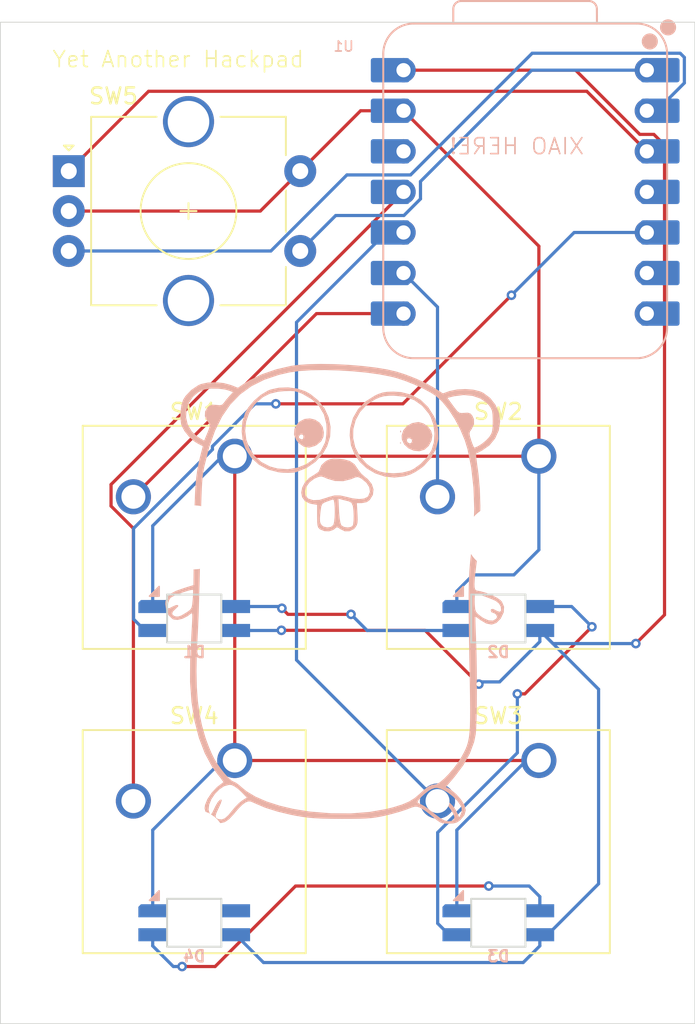
<source format=kicad_pcb>
(kicad_pcb (version 20240108) (generator "pcbnew") (generator_version "8.0")
  (layers (0 "F.Cu" signal) (31 "B.Cu" signal) (34 "B.Paste" user) (35 "F.Paste" user) (36 "B.SilkS" user "B.Silkscreen") (37 "F.SilkS" user "F.Silkscreen") (38 "B.Mask" user) (39 "F.Mask" user) (44 "Edge.Cuts" user))
  (net 0 "")
  (net 1 "Net-(D1-DIN)")
  (net 2 "GND")
  (net 3 "+5V")
  (net 4 "Net-(D1-DOUT)")
  (net 5 "Net-(D2-DOUT)")
  (net 6 "Net-(U1-GPIO1{slash}RX)")
  (net 7 "Net-(U1-GPIO2{slash}SCK)")
  (net 8 "Net-(U1-GPIO4{slash}MISO)")
  (net 9 "Net-(U1-GPIO3{slash}MOSI)")
  (net 10 "Net-(U1-GPIO27{slash}ADC1{slash}A1)")
  (net 11 "Net-(U1-GPIO28{slash}ADC2{slash}A2)")
  (net 12 "Net-(U1-GPIO26{slash}ADC0{slash}A0)")
  (net 17 "Net-(D3-DOUT)")
  (footprint "Button_Switch_Keyboard:SW_Cherry_MX_1.00u_PCB" (layer "F.Cu") (at 95.40875 90.17)
    (property "Reference" "SW1" (at -2.54 -2.794 0) (layer "F.SilkS"))
    (property "Value" "SW_Push")
    (fp_line (start -9.525 -1.905) (end 4.445 -1.905) (stroke (width 0.12)) (layer "F.SilkS"))
    (fp_line (start -9.525 12.065) (end -9.525 -1.905) (stroke (width 0.12)) (layer "F.SilkS"))
    (fp_line (start 4.445 -1.905) (end 4.445 12.065) (stroke (width 0.12)) (layer "F.SilkS"))
    (fp_line (start 4.445 12.065) (end -9.525 12.065) (stroke (width 0.12)) (layer "F.SilkS"))
    (pad "" np_thru_hole circle (at -7.62 5.08) (size 1.7 1.7) (drill 1.7) (layers "*.Cu" "*.Mask"))
    (pad "" np_thru_hole circle (at -2.54 5.08) (size 4 4) (drill 4) (layers "*.Cu" "*.Mask"))
    (pad "" np_thru_hole circle (at 2.54 5.08) (size 1.7 1.7) (drill 1.7) (layers "*.Cu" "*.Mask"))
    (pad "1" thru_hole circle (at 0 0) (size 2.2 2.2) (drill 1.5) (layers "*.Cu" "*.Mask") (net 2 "GND"))
    (pad "2" thru_hole circle (at -6.35 2.54) (size 2.2 2.2) (drill 1.5) (layers "*.Cu" "*.Mask") (net 6 "Net-(U1-GPIO1{slash}RX)"))
  )
  (footprint "Button_Switch_Keyboard:SW_Cherry_MX_1.00u_PCB" (layer "F.Cu") (at 114.45875 109.22)
    (property "Reference" "SW3" (at -2.54 -2.794 0) (layer "F.SilkS"))
    (property "Value" "SW_Push")
    (fp_line (start -9.525 -1.905) (end 4.445 -1.905) (stroke (width 0.12)) (layer "F.SilkS"))
    (fp_line (start -9.525 12.065) (end -9.525 -1.905) (stroke (width 0.12)) (layer "F.SilkS"))
    (fp_line (start 4.445 -1.905) (end 4.445 12.065) (stroke (width 0.12)) (layer "F.SilkS"))
    (fp_line (start 4.445 12.065) (end -9.525 12.065) (stroke (width 0.12)) (layer "F.SilkS"))
    (pad "" np_thru_hole circle (at -7.62 5.08) (size 1.7 1.7) (drill 1.7) (layers "*.Cu" "*.Mask"))
    (pad "" np_thru_hole circle (at -2.54 5.08) (size 4 4) (drill 4) (layers "*.Cu" "*.Mask"))
    (pad "" np_thru_hole circle (at 2.54 5.08) (size 1.7 1.7) (drill 1.7) (layers "*.Cu" "*.Mask"))
    (pad "1" thru_hole circle (at 0 0) (size 2.2 2.2) (drill 1.5) (layers "*.Cu" "*.Mask") (net 2 "GND"))
    (pad "2" thru_hole circle (at -6.35 2.54) (size 2.2 2.2) (drill 1.5) (layers "*.Cu" "*.Mask") (net 8 "Net-(U1-GPIO4{slash}MISO)"))
  )
  (footprint "Button_Switch_Keyboard:SW_Cherry_MX_1.00u_PCB" (layer "F.Cu") (at 114.45875 90.17)
    (property "Reference" "SW2" (at -2.54 -2.794 0) (layer "F.SilkS"))
    (property "Value" "SW_Push")
    (fp_line (start -9.525 -1.905) (end 4.445 -1.905) (stroke (width 0.12)) (layer "F.SilkS"))
    (fp_line (start -9.525 12.065) (end -9.525 -1.905) (stroke (width 0.12)) (layer "F.SilkS"))
    (fp_line (start 4.445 -1.905) (end 4.445 12.065) (stroke (width 0.12)) (layer "F.SilkS"))
    (fp_line (start 4.445 12.065) (end -9.525 12.065) (stroke (width 0.12)) (layer "F.SilkS"))
    (pad "" np_thru_hole circle (at -7.62 5.08) (size 1.7 1.7) (drill 1.7) (layers "*.Cu" "*.Mask"))
    (pad "" np_thru_hole circle (at -2.54 5.08) (size 4 4) (drill 4) (layers "*.Cu" "*.Mask"))
    (pad "" np_thru_hole circle (at 2.54 5.08) (size 1.7 1.7) (drill 1.7) (layers "*.Cu" "*.Mask"))
    (pad "1" thru_hole circle (at 0 0) (size 2.2 2.2) (drill 1.5) (layers "*.Cu" "*.Mask") (net 2 "GND"))
    (pad "2" thru_hole circle (at -6.35 2.54) (size 2.2 2.2) (drill 1.5) (layers "*.Cu" "*.Mask") (net 7 "Net-(U1-GPIO2{slash}SCK)"))
  )
  (footprint "Rotary_Encoder:RotaryEncoder_Alps_EC11E-Switch_Vertical_H20mm_CircularMountingHoles" (layer "F.Cu") (at 85.01 72.32)
    (property "Reference" "SW5" (at 2.8 -4.7 0) (layer "F.SilkS"))
    (property "Value" "RotaryEncoder_Switch")
    (fp_line (start -0.3 -1.6) (end 0.3 -1.6) (stroke (width 0.12)) (layer "F.SilkS"))
    (fp_line (start 0 -1.3) (end -0.3 -1.6) (stroke (width 0.12)) (layer "F.SilkS"))
    (fp_line (start 0.3 -1.6) (end 0 -1.3) (stroke (width 0.12)) (layer "F.SilkS"))
    (fp_line (start 1.4 -3.4) (end 1.4 8.4) (stroke (width 0.12)) (layer "F.SilkS"))
    (fp_line (start 5.5 -3.4) (end 1.4 -3.4) (stroke (width 0.12)) (layer "F.SilkS"))
    (fp_line (start 5.5 8.4) (end 1.4 8.4) (stroke (width 0.12)) (layer "F.SilkS"))
    (fp_line (start 7 2.5) (end 8 2.5) (stroke (width 0.12)) (layer "F.SilkS"))
    (fp_line (start 7.5 2) (end 7.5 3) (stroke (width 0.12)) (layer "F.SilkS"))
    (fp_line (start 9.5 -3.4) (end 13.6 -3.4) (stroke (width 0.12)) (layer "F.SilkS"))
    (fp_line (start 13.6 -3.4) (end 13.6 -1) (stroke (width 0.12)) (layer "F.SilkS"))
    (fp_line (start 13.6 1.2) (end 13.6 3.8) (stroke (width 0.12)) (layer "F.SilkS"))
    (fp_line (start 13.6 6) (end 13.6 8.4) (stroke (width 0.12)) (layer "F.SilkS"))
    (fp_line (start 13.6 8.4) (end 9.5 8.4) (stroke (width 0.12)) (layer "F.SilkS"))
    (fp_circle (center 7.5 2.5) (end 10.5 2.5) (stroke (width 0.12)) (fill none) (layer "F.SilkS"))
    (pad "A" thru_hole rect (at 0 0) (size 2 2) (drill 1) (layers "*.Cu" "*.Mask") (net 11 "Net-(U1-GPIO28{slash}ADC2{slash}A2)"))
    (pad "B" thru_hole circle (at 0 5) (size 2 2) (drill 1) (layers "*.Cu" "*.Mask") (net 10 "Net-(U1-GPIO27{slash}ADC1{slash}A1)"))
    (pad "C" thru_hole circle (at 0 2.5) (size 2 2) (drill 1) (layers "*.Cu" "*.Mask") (net 2 "GND"))
    (pad "MP" thru_hole circle (at 7.5 -3.1) (size 3.2 3.2) (drill 2.6) (layers "*.Cu" "*.Mask"))
    (pad "MP" thru_hole circle (at 7.5 8.1) (size 3.2 3.2) (drill 2.6) (layers "*.Cu" "*.Mask"))
    (pad "S1" thru_hole circle (at 14.5 5) (size 2 2) (drill 1) (layers "*.Cu" "*.Mask") (net 12 "Net-(U1-GPIO26{slash}ADC0{slash}A0)"))
    (pad "S2" thru_hole circle (at 14.5 0) (size 2 2) (drill 1) (layers "*.Cu" "*.Mask") (net 2 "GND"))
  )
  (footprint "Button_Switch_Keyboard:SW_Cherry_MX_1.00u_PCB" (layer "F.Cu") (at 95.40875 109.22)
    (property "Reference" "SW4" (at -2.54 -2.794 0) (layer "F.SilkS"))
    (property "Value" "SW_Push")
    (fp_line (start -9.525 -1.905) (end 4.445 -1.905) (stroke (width 0.12)) (layer "F.SilkS"))
    (fp_line (start -9.525 12.065) (end -9.525 -1.905) (stroke (width 0.12)) (layer "F.SilkS"))
    (fp_line (start 4.445 -1.905) (end 4.445 12.065) (stroke (width 0.12)) (layer "F.SilkS"))
    (fp_line (start 4.445 12.065) (end -9.525 12.065) (stroke (width 0.12)) (layer "F.SilkS"))
    (pad "" np_thru_hole circle (at -7.62 5.08) (size 1.7 1.7) (drill 1.7) (layers "*.Cu" "*.Mask"))
    (pad "" np_thru_hole circle (at -2.54 5.08) (size 4 4) (drill 4) (layers "*.Cu" "*.Mask"))
    (pad "" np_thru_hole circle (at 2.54 5.08) (size 1.7 1.7) (drill 1.7) (layers "*.Cu" "*.Mask"))
    (pad "1" thru_hole circle (at 0 0) (size 2.2 2.2) (drill 1.5) (layers "*.Cu" "*.Mask") (net 2 "GND"))
    (pad "2" thru_hole circle (at -6.35 2.54) (size 2.2 2.2) (drill 1.5) (layers "*.Cu" "*.Mask") (net 9 "Net-(U1-GPIO3{slash}MOSI)"))
  )
  (footprint "LOGO" (layer "B.Cu") (at 101.67 98.78 180)
    (property "Reference" "G***" (hide yes))
    (property "Value" "LOGO" (hide yes))
    (fp_poly (pts (xy -4.077592 9.440333) (xy -4.120067 9.398) (xy -4.162542 9.440333) (xy -4.120067 9.482667)) (fill solid) (layer "B.SilkS"))
    (fp_poly (pts (xy -4.105909 10.216445) (xy -4.095742 10.115965) (xy -4.105909 10.103556) (xy -4.156412 10.115178) (xy -4.162542 10.16) (xy -4.13146 10.22969)) (fill solid) (layer "B.SilkS"))
    (fp_poly (pts (xy 1.885193 10.946662) (xy 2.195617 10.789567) (xy 2.330999 10.658625) (xy 2.523456 10.318594) (xy 2.550961 9.965367) (xy 2.414784 9.620788) (xy 2.259665 9.431867) (xy 1.938924 9.204468) (xy 1.598392 9.144787) (xy 1.233176 9.252293) (xy 1.131007 9.309119) (xy 0.847738 9.54153) (xy 0.710692 9.821333) (xy 1.953846 9.821333) (xy 1.996841 9.682373) (xy 2.102508 9.668118) (xy 2.228888 9.751604) (xy 2.25117 9.821333) (xy 2.18055 9.940882) (xy 2.102508 9.974549) (xy 1.982095 9.945097) (xy 1.953846 9.821333) (xy 0.710692 9.821333) (xy 0.707333 9.828191) (xy 0.679598 10.100683) (xy 0.752271 10.446105) (xy 0.945839 10.715804) (xy 1.223631 10.89739) (xy 1.548973 10.978473)) (fill solid) (layer "B.SilkS"))
    (fp_poly (pts (xy -4.839769 10.684673) (xy -4.518412 10.500436) (xy -4.292261 10.229572) (xy -4.188961 9.9017) (xy -4.204328 9.655129) (xy -4.352723 9.342356) (xy -4.616283 9.101965) (xy -4.948698 8.954698) (xy -5.303661 8.921297) (xy -5.626859 9.017951) (xy -5.890951 9.254786) (xy -6.049307 9.561125) (xy -4.842141 9.561125) (xy -4.788748 9.435678) (xy -4.672362 9.415045) (xy -4.558674 9.493477) (xy -4.518326 9.589472) (xy -4.549627 9.709986) (xy -4.666012 9.736667) (xy -4.811247 9.680884) (xy -4.842141 9.561125) (xy -6.049307 9.561125) (xy -6.064602 9.590713) (xy -6.116388 9.910262) (xy -6.039745 10.200335) (xy -5.840654 10.46655) (xy -5.565374 10.66501) (xy -5.260161 10.751816) (xy -5.228691 10.752667)) (fill solid) (layer "B.SilkS"))
    (fp_poly (pts (xy 3.490955 12.902136) (xy 4.009012 12.792514) (xy 4.180995 12.725507) (xy 4.630423 12.456511) (xy 5.058675 12.08712) (xy 5.414712 11.667262) (xy 5.616635 11.321099) (xy 5.784272 10.765082) (xy 5.831014 10.154758) (xy 5.757773 9.550107) (xy 5.582046 9.043958) (xy 5.224453 8.502684) (xy 4.748865 8.074665) (xy 4.172685 7.770867) (xy 3.513315 7.602252) (xy 3.252766 7.576384) (xy 2.914062 7.568622) (xy 2.607156 7.582652) (xy 2.42107 7.610704) (xy 1.76217 7.870104) (xy 1.194767 8.261219) (xy 0.738542 8.767627) (xy 0.469399 9.239021) (xy 0.285208 9.841968) (xy 0.263782 10.325344) (xy 0.509699 10.325344) (xy 0.524837 9.981781) (xy 0.564128 9.66257) (xy 0.608122 9.474134) (xy 0.880794 8.923501) (xy 1.275077 8.469873) (xy 1.766382 8.123988) (xy 2.330124 7.896581) (xy 2.941716 7.79839) (xy 3.576569 7.84015) (xy 4.053167 7.969766) (xy 4.592939 8.249996) (xy 5.023528 8.638776) (xy 5.339682 9.1107) (xy 5.536148 9.640362) (xy 5.607673 10.202354) (xy 5.549005 10.771272) (xy 5.35489 11.321709) (xy 5.020076 11.828258) (xy 4.881783 11.977511) (xy 4.484092 12.310173) (xy 4.056113 12.526728) (xy 3.549351 12.647183) (xy 3.173053 12.682449) (xy 2.797504 12.695319) (xy 2.525672 12.67833) (xy 2.292587 12.621807) (xy 2.033278 12.516076) (xy 2.022354 12.511103) (xy 1.427747 12.164019) (xy 0.978827 11.733455) (xy 0.678004 11.222892) (xy 0.527686 10.63581) (xy 0.509699 10.325344) (xy 0.263782 10.325344) (xy 0.258097 10.453595) (xy 0.37843 11.049943) (xy 0.636572 11.607058) (xy 1.022889 12.100981) (xy 1.527745 12.507758) (xy 1.856327 12.687473) (xy 2.351887 12.84859) (xy 2.917672 12.920486)) (fill solid) (layer "B.SilkS"))
    (fp_poly (pts (xy -3.303027 12.645161) (xy -3.008171 12.602533) (xy -2.738298 12.514041) (xy -2.531184 12.419646) (xy -1.929509 12.042548) (xy -1.464458 11.568656) (xy -1.141586 11.006676) (xy -0.966445 10.365314) (xy -0.934449 9.916347) (xy -1.012797 9.293754) (xy -1.233777 8.730035) (xy -1.576291 8.238841) (xy -2.019241 7.833823) (xy -2.541532 7.528635) (xy -3.122065 7.336925) (xy -3.739742 7.272348) (xy -4.373467 7.348553) (xy -4.731537 7.459353) (xy -5.040659 7.613121) (xy -5.378913 7.833967) (xy -5.597994 8.009287) (xy -6.052721 8.518915) (xy -6.352953 9.085048) (xy -6.495249 9.690565) (xy -6.484947 10.029432) (xy -6.249058 10.029432) (xy -6.210865 9.484064) (xy -6.066188 9.00193) (xy -6.052421 8.972962) (xy -5.770322 8.537266) (xy -5.387183 8.138328) (xy -4.956152 7.826266) (xy -4.709226 7.706402) (xy -4.229015 7.583849) (xy -3.677078 7.542747) (xy -3.131443 7.584562) (xy -2.776495 7.670125) (xy -2.492621 7.804036) (xy -2.174443 8.008926) (xy -1.965876 8.175633) (xy -1.55214 8.64931) (xy -1.283391 9.18007) (xy -1.156067 9.742822) (xy -1.166602 10.312472) (xy -1.311434 10.863929) (xy -1.586997 11.372098) (xy -1.98973 11.811887) (xy -2.516066 12.158203) (xy -2.532669 12.16637) (xy -2.825704 12.294106) (xy -3.094622 12.366125) (xy -3.411256 12.396985) (xy -3.694919 12.40189) (xy -4.382193 12.330582) (xy -4.979066 12.117394) (xy -5.481634 11.764593) (xy -5.88599 11.274448) (xy -6.011027 11.056622) (xy -6.182026 10.574722) (xy -6.249058 10.029432) (xy -6.484947 10.029432) (xy -6.476164 10.318344) (xy -6.292257 10.951263) (xy -6.22083 11.106858) (xy -5.84546 11.698098) (xy -5.373835 12.150177) (xy -4.809999 12.460617) (xy -4.157995 12.626935) (xy -3.694919 12.656597)) (fill solid) (layer "B.SilkS"))
    (fp_poly (pts (xy 0.286181 8.431889) (xy 0.471634 8.357275) (xy 0.594648 8.280757) (xy 0.837525 8.052914) (xy 0.918721 7.851465) (xy 1.007759 7.641709) (xy 1.223797 7.491097) (xy 1.600935 7.253554) (xy 1.874463 6.963395) (xy 2.041343 6.647159) (xy 2.098538 6.331386) (xy 2.043011 6.042615) (xy 1.871725 5.807385) (xy 1.581641 5.652234) (xy 1.437997 5.619533) (xy 1.104347 5.566358) (xy 1.104347 4.862313) (xy 1.099798 4.509316) (xy 1.080015 4.284796) (xy 1.035792 4.148005) (xy 0.957926 4.058193) (xy 0.915546 4.026468) (xy 0.645362 3.916899) (xy 0.343001 3.907521) (xy 0.081815 3.996389) (xy 0.013649 4.050396) (xy -0.106855 4.153371) (xy -0.205154 4.146214) (xy -0.335561 4.050396) (xy -0.62497 3.90968) (xy -0.930862 3.910079) (xy -1.200445 4.04727) (xy -1.277006 4.1275) (xy -1.371603 4.267816) (xy -1.422666 4.422037) (xy -1.438446 4.639831) (xy -1.430287 4.879763) (xy -1.187277 4.879763) (xy -1.180203 4.565839) (xy -1.151996 4.331861) (xy -1.137734 4.282592) (xy -1.020585 4.184226) (xy -0.816331 4.149978) (xy -0.59509 4.179786) (xy -0.426983 4.273592) (xy -0.418478 4.283199) (xy -0.357873 4.438648) (xy -0.30752 4.728468) (xy -0.275674 5.089446) (xy -0.003156 5.089446) (xy 0.007723 4.780404) (xy 0.034856 4.513834) (xy 0.078727 4.331983) (xy 0.087938 4.312434) (xy 0.240252 4.186441) (xy 0.467139 4.150674) (xy 0.697508 4.208195) (xy 0.800955 4.281714) (xy 0.882051 4.38958) (xy 0.922478 4.535047) (xy 0.92562 4.757564) (xy 0.894861 5.096582) (xy 0.880984 5.214853) (xy 0.840066 5.474386) (xy 0.773469 5.620317) (xy 0.64433 5.708007) (xy 0.520685 5.755985) (xy 0.291771 5.838004) (xy 0.124357 5.898657) (xy 0.106187 5.905357) (xy 0.05689 5.848915) (xy 0.021911 5.66595) (xy 0.001734 5.398711) (xy -0.003156 5.089446) (xy -0.275674 5.089446) (xy -0.273177 5.117755) (xy -0.269649 5.184941) (xy -0.232845 5.952152) (xy -0.434985 5.895038) (xy -0.683537 5.830461) (xy -0.861887 5.788809) (xy -1.047623 5.693555) (xy -1.137838 5.484608) (xy -1.137974 5.483931) (xy -1.173205 5.207753) (xy -1.187277 4.879763) (xy -1.430287 4.879763) (xy -1.427189 4.970866) (xy -1.424644 5.0165) (xy -1.387294 5.672667) (xy -1.698237 5.672667) (xy -2.013336 5.734716) (xy -2.192581 5.867237) (xy -2.390458 6.183854) (xy -2.414603 6.381333) (xy -2.203565 6.381333) (xy -2.101071 6.12124) (xy -2.068105 6.0815) (xy -1.85638 5.964878) (xy -1.527567 5.92888) (xy -1.114383 5.974249) (xy -0.799288 6.05275) (xy -0.355825 6.154414) (xy 0.021653 6.155226) (xy 0.405308 6.052902) (xy 0.509699 6.011333) (xy 0.950456 5.878266) (xy 1.34253 5.858988) (xy 1.650577 5.954633) (xy 1.680094 5.973801) (xy 1.835057 6.17067) (xy 1.861648 6.425413) (xy 1.773223 6.702515) (xy 1.583132 6.966456) (xy 1.304728 7.181722) (xy 1.207522 7.230809) (xy 0.991719 7.320363) (xy 0.838867 7.341558) (xy 0.670648 7.291795) (xy 0.488571 7.206967) (xy -0.002482 7.057659) (xy -0.530573 7.045899) (xy -1.032715 7.172356) (xy -1.0741 7.190366) (xy -1.297791 7.284163) (xy -1.441845 7.305302) (xy -1.579775 7.254438) (xy -1.680071 7.19576) (xy -1.982398 6.949225) (xy -2.160451 6.667539) (xy -2.203565 6.381333) (xy -2.414603 6.381333) (xy -2.43237 6.52665) (xy -2.323685 6.868719) (xy -2.069773 7.183155) (xy -1.904214 7.312107) (xy -1.671678 7.514042) (xy -1.484362 7.75059) (xy -1.459149 7.79535) (xy -1.243477 8.108717) (xy -0.95787 8.311006) (xy -0.568433 8.420935) (xy -0.273372 8.45021) (xy 0.058933 8.458751)) (fill solid) (layer "B.SilkS"))
    (fp_poly (pts (xy 1.678435 14.371835) (xy 2.371796 14.319167) (xy 2.728504 14.269062) (xy 3.66429 14.053573) (xy 4.548356 13.748729) (xy 5.338312 13.370807) (xy 5.771008 13.100831) (xy 6.062752 12.897461) (xy 6.493082 13.067022) (xy 6.944648 13.19108) (xy 7.447954 13.243375) (xy 7.943875 13.223996) (xy 8.37329 13.133035) (xy 8.538571 13.063898) (xy 8.985798 12.762427) (xy 9.345666 12.384534) (xy 9.490973 12.155252) (xy 9.594595 11.846891) (xy 9.655389 11.445637) (xy 9.668491 11.023648) (xy 9.629036 10.653085) (xy 9.599722 10.542182) (xy 9.420324 10.190968) (xy 9.135067 9.835314) (xy 8.795939 9.533423) (xy 8.575875 9.395937) (xy 8.262904 9.236803) (xy 8.380858 8.788235) (xy 8.478679 8.398091) (xy 8.559479 8.02626) (xy 8.625148 7.650367) (xy 8.677575 7.248037) (xy 8.718648 6.796898) (xy 8.750256 6.274573) (xy 8.774288 5.658688) (xy 8.792633 4.92687) (xy 8.807178 4.056743) (xy 8.812184 3.678678) (xy 8.851544 0.54169) (xy 9.485722 0.345487) (xy 9.970693 0.171543) (xy 10.305841 -0.011228) (xy 10.511035 -0.220033) (xy 10.606144 -0.472077) (xy 10.618729 -0.635665) (xy 10.560405 -1.028796) (xy 10.40109 -1.358413) (xy 10.164268 -1.580389) (xy 10.098809 -1.612618) (xy 9.840213 -1.640832) (xy 9.522595 -1.563528) (xy 9.203254 -1.398611) (xy 9.059764 -1.287937) (xy 8.987533 -1.230132) (xy 8.942747 -1.228003) (xy 8.921676 -1.3066) (xy 8.920588 -1.490974) (xy 8.93575 -1.806177) (xy 8.948931 -2.032) (xy 8.972776 -2.460509) (xy 9.000172 -2.994176) (xy 9.027946 -3.56896) (xy 9.052923 -4.120817) (xy 9.055947 -4.191) (xy 9.063807 -5.519263) (xy 8.973307 -6.776553) (xy 8.787787 -7.949) (xy 8.510587 -9.022738) (xy 8.145046 -9.983899) (xy 7.694504 -10.818614) (xy 7.342829 -11.305032) (xy 7.157254 -11.53862) (xy 7.027835 -11.714169) (xy 6.979214 -11.798011) (xy 6.980229 -11.800498) (xy 7.3694 -12.095896) (xy 7.708334 -12.456614) (xy 7.969129 -12.843826) (xy 8.123882 -13.218704) (xy 8.154386 -13.434337) (xy 8.078195 -13.738441) (xy 7.874241 -14.024232) (xy 7.5821 -14.244108) (xy 7.425334 -14.311224) (xy 7.140922 -14.36129) (xy 6.879372 -14.301264) (xy 6.61283 -14.116906) (xy 6.313441 -13.793977) (xy 6.243779 -13.707211) (xy 6.01435 -13.440985) (xy 5.786161 -13.216755) (xy 5.606959 -13.081235) (xy 5.600525 -13.077823) (xy 5.425392 -13.003732) (xy 5.276908 -13.006344) (xy 5.075022 -13.090345) (xy 5.03372 -13.110993) (xy 4.383982 -13.388837) (xy 3.603768 -13.637926) (xy 2.731646 -13.846487) (xy 2.439535 -13.902731) (xy 2.033763 -13.970911) (xy 1.650374 -14.021147) (xy 1.250885 -14.05601) (xy 0.796809 -14.078069) (xy 0.249663 -14.089896) (xy -0.42475 -14.094054) (xy -1.060833 -14.093129) (xy -1.561241 -14.086405) (xy -1.960163 -14.071421) (xy -2.291791 -14.045716) (xy -2.590315 -14.006827) (xy -2.889925 -13.952293) (xy -3.14108 -13.898493) (xy -3.580455 -13.791213) (xy -4.023696 -13.667461) (xy -4.403597 -13.546626) (xy -4.55822 -13.489625) (xy -4.84531 -13.37952) (xy -5.031998 -13.330181) (xy -5.174562 -13.336888) (xy -5.32928 -13.394922) (xy -5.383834 -13.420384) (xy -5.600145 -13.548905) (xy -5.879498 -13.749728) (xy -6.159096 -13.977419) (xy -6.413806 -14.192195) (xy -6.601304 -14.316564) (xy -6.77909 -14.375116) (xy -7.004668 -14.392438) (xy -7.131746 -14.393333) (xy -7.436901 -14.381068) (xy -7.641289 -14.329738) (xy -7.813157 -14.217541) (xy -7.886485 -14.152227) (xy -8.129329 -13.855152) (xy -8.184815 -13.646572) (xy -7.948723 -13.646572) (xy -7.897189 -13.806525) (xy -7.794646 -13.997489) (xy -7.690359 -13.750911) (xy -7.559815 -13.505437) (xy -7.394842 -13.277809) (xy -7.227497 -13.103156) (xy -7.089842 -13.016612) (xy -7.029183 -13.026382) (xy -7.024891 -13.146868) (xy -7.150944 -13.359918) (xy -7.20821 -13.433797) (xy -7.421255 -13.750638) (xy -7.495878 -13.996233) (xy -7.43103 -14.16206) (xy -7.305686 -14.225189) (xy -7.096043 -14.247219) (xy -6.874856 -14.191195) (xy -6.610591 -14.042609) (xy -6.271711 -13.786952) (xy -6.168573 -13.702057) (xy -5.889175 -13.483405) (xy -5.628111 -13.303211) (xy -5.435798 -13.195888) (xy -5.415552 -13.188047) (xy -5.24976 -13.113326) (xy -5.185476 -13.051551) (xy -5.253925 -12.919702) (xy -5.41892 -12.731759) (xy -5.637298 -12.527989) (xy -5.865895 -12.348656) (xy -6.061549 -12.234026) (xy -6.062067 -12.23381) (xy -6.257562 -12.163259) (xy -6.415996 -12.152814) (xy -6.608275 -12.207379) (xy -6.795478 -12.284521) (xy -7.112506 -12.464625) (xy -7.429971 -12.717664) (xy -7.704971 -13.001829) (xy -7.894602 -13.275314) (xy -7.947154 -13.406776) (xy -7.948723 -13.646572) (xy -8.184815 -13.646572) (xy -8.20864 -13.557013) (xy -8.129508 -13.23604) (xy -8.110112 -13.195952) (xy -7.892647 -12.86035) (xy -7.603424 -12.536239) (xy -7.300183 -12.285172) (xy -7.199048 -12.224703) (xy -6.964985 -12.10252) (xy -7.525132 -11.44876) (xy -8.056753 -10.739912) (xy -8.464681 -10.006763) (xy -8.734802 -9.277924) (xy -8.832756 -8.797922) (xy -8.857137 -8.511858) (xy -8.876619 -8.083105) (xy -8.891146 -7.538236) (xy -8.900656 -6.903829) (xy -8.905092 -6.206456) (xy -8.904393 -5.472694) (xy -8.898502 -4.729117) (xy -8.887357 -4.0023) (xy -8.870901 -3.318819) (xy -8.849075 -2.705248) (xy -8.846457 -2.645692) (xy -8.828942 -2.21587) (xy -8.817561 -1.853617) (xy -8.812992 -1.588897) (xy -8.815909 -1.451678) (xy -8.819214 -1.439192) (xy -8.897031 -1.485435) (xy -9.058126 -1.600579) (xy -9.116538 -1.644408) (xy -9.495553 -1.869813) (xy -9.829205 -1.93335) (xy -10.123604 -1.834531) (xy -10.384859 -1.572862) (xy -10.40741 -1.54064) (xy -10.587247 -1.166366) (xy -10.595557 -1.03683) (xy -10.423959 -1.03683) (xy -10.352711 -1.133468) (xy -10.190598 -1.089732) (xy -10.146628 -1.062934) (xy -9.919392 -0.946779) (xy -9.795524 -0.963452) (xy -9.769231 -1.058333) (xy -9.831886 -1.1707) (xy -9.886254 -1.185333) (xy -10.035131 -1.245064) (xy -10.109031 -1.312333) (xy -10.171959 -1.447846) (xy -10.109031 -1.566333) (xy -9.911392 -1.680772) (xy -9.638423 -1.664483) (xy -9.317253 -1.521812) (xy -9.159949 -1.414295) (xy -8.963923 -1.258154) (xy -8.851815 -1.126428) (xy -8.797243 -0.962247) (xy -8.773828 -0.708744) (xy -8.767189 -0.567628) (xy -8.764852 -0.28276) (xy -8.782775 -0.079022) (xy -8.817086 -0.000013) (xy -8.817603 0) (xy -8.956574 -0.029549) (xy -9.199645 -0.105645) (xy -9.494186 -0.209465) (xy -9.787568 -0.322185) (xy -10.027162 -0.42498) (xy -10.085244 -0.453407) (xy -10.28972 -0.615922) (xy -10.399 -0.805271) (xy -10.423959 -1.03683) (xy -10.595557 -1.03683) (xy -10.609823 -0.814454) (xy -10.475545 -0.503376) (xy -10.382313 -0.398601) (xy -10.160442 -0.244115) (xy -9.834515 -0.082224) (xy -9.467118 0.061491) (xy -9.120838 0.161449) (xy -8.941055 0.190493) (xy -8.854946 0.213746) (xy -8.795026 0.279822) (xy -8.761246 0.407753) (xy -8.753558 0.616571) (xy -8.771912 0.925308) (xy -8.816258 1.352994) (xy -8.886548 1.918661) (xy -8.935629 2.290852) (xy -9.046159 3.335363) (xy -9.109027 4.424954) (xy -9.121254 5.318709) (xy -8.73826 5.318709) (xy -8.693435 3.960313) (xy -8.570827 2.736363) (xy -8.524086 2.371355) (xy -8.484687 2.021355) (xy -8.452363 1.670278) (xy -8.426843 1.30204) (xy -8.407858 0.900559) (xy -8.395138 0.449748) (xy -8.388415 -0.066474) (xy -8.387419 -0.664193) (xy -8.39188 -1.359492) (xy -8.401529 -2.168455) (xy -8.416097 -3.107167) (xy -8.435315 -4.191711) (xy -8.445592 -4.741333) (xy -8.463574 -5.722064) (xy -8.476269 -6.5504) (xy -8.482093 -7.243239) (xy -8.479464 -7.81748) (xy -8.4668 -8.29002) (xy -8.442518 -8.677758) (xy -8.405036 -8.997591) (xy -8.352772 -9.266419) (xy -8.284143 -9.501138) (xy -8.197566 -9.718648) (xy -8.09146 -9.935846) (xy -7.964242 -10.16963) (xy -7.931849 -10.227488) (xy -7.711573 -10.574795) (xy -7.441485 -10.933006) (xy -7.147773 -11.274449) (xy -6.856626 -11.571458) (xy -6.594232 -11.796361) (xy -6.386779 -11.921492) (xy -6.312888 -11.938) (xy -6.09067 -11.968326) (xy -5.863257 -12.073099) (xy -5.595862 -12.273009) (xy -5.309365 -12.534913) (xy -4.995015 -12.798928) (xy -4.638776 -13.015182) (xy -4.205552 -13.199592) (xy -3.660248 -13.368073) (xy -3.23709 -13.474687) (xy -2.177789 -13.661981) (xy -1.009619 -13.752429) (xy 0.236265 -13.745085) (xy 1.528705 -13.639003) (xy 1.656521 -13.623282) (xy 2.601756 -13.469315) (xy 3.483814 -13.258408) (xy 4.279689 -12.998743) (xy 4.819995 -12.762507) (xy 5.508185 -12.762507) (xy 5.791049 -12.93716) (xy 5.998252 -13.101978) (xy 6.238667 -13.345691) (xy 6.402799 -13.542458) (xy 6.668073 -13.864707) (xy 6.882135 -14.055293) (xy 7.074661 -14.131467) (xy 7.275326 -14.110477) (xy 7.341212 -14.087941) (xy 7.440147 -14.023389) (xy 7.463785 -13.911965) (xy 7.408124 -13.721837) (xy 7.269164 -13.421173) (xy 7.25343 -13.389594) (xy 7.142402 -13.144024) (xy 7.082117 -12.962523) (xy 7.081477 -12.895238) (xy 7.18368 -12.893581) (xy 7.32065 -13.034924) (xy 7.476986 -13.300486) (xy 7.559275 -13.477846) (xy 7.677484 -13.723317) (xy 7.761189 -13.822161) (xy 7.822134 -13.792681) (xy 7.903954 -13.517627) (xy 7.860897 -13.193549) (xy 7.717124 -12.852718) (xy 7.496796 -12.52741) (xy 7.224073 -12.249897) (xy 6.923116 -12.052454) (xy 6.618086 -11.967354) (xy 6.464089 -11.978603) (xy 6.277193 -12.066413) (xy 6.040039 -12.239384) (xy 5.868864 -12.396227) (xy 5.508185 -12.762507) (xy 4.819995 -12.762507) (xy 4.966377 -12.698505) (xy 5.520874 -12.365877) (xy 5.776974 -12.1575) (xy 6.006859 -11.959329) (xy 6.202408 -11.819257) (xy 6.317251 -11.768667) (xy 6.453598 -11.701927) (xy 6.653864 -11.521987) (xy 6.891958 -11.259262) (xy 7.141789 -10.944165) (xy 7.377265 -10.607115) (xy 7.531728 -10.352927) (xy 7.694142 -10.026075) (xy 7.874148 -9.605038) (xy 8.043217 -9.158605) (xy 8.114917 -8.946793) (xy 8.314743 -8.241536) (xy 8.467642 -7.501028) (xy 8.575115 -6.703924) (xy 8.63866 -5.828879) (xy 8.659779 -4.854551) (xy 8.639971 -3.759593) (xy 8.580736 -2.522661) (xy 8.574098 -2.413) (xy 8.554152 -2.025164) (xy 8.532551 -1.493063) (xy 8.510027 -0.841746) (xy 8.487311 -0.096264) (xy 8.480678 0.147371) (xy 8.869923 0.147371) (xy 8.876993 -0.067004) (xy 8.896529 -0.358579) (xy 8.897413 -0.369543) (xy 8.926356 -0.677622) (xy 8.969424 -0.869682) (xy 9.054337 -0.998496) (xy 9.208817 -1.116835) (xy 9.33105 -1.195043) (xy 9.601906 -1.354617) (xy 9.790229 -1.425837) (xy 9.948846 -1.422691) (xy 10.059607 -1.387941) (xy 10.181187 -1.282536) (xy 10.149637 -1.131014) (xy 9.969019 -0.951516) (xy 9.960523 -0.945296) (xy 9.80808 -0.797616) (xy 9.804118 -0.709252) (xy 9.93069 -0.705462) (xy 10.087433 -0.766696) (xy 10.273264 -0.859254) (xy 10.385117 -0.914505) (xy 10.444191 -0.885623) (xy 10.454404 -0.751024) (xy 10.424045 -0.564458) (xy 10.361401 -0.379676) (xy 10.284052 -0.259106) (xy 10.1528 -0.176442) (xy 9.922317 -0.071631) (xy 9.638213 0.039187) (xy 9.346103 0.139871) (xy 9.091599 0.214282) (xy 8.920313 0.246279) (xy 8.876863 0.238834) (xy 8.869923 0.147371) (xy 8.480678 0.147371) (xy 8.465135 0.718331) (xy 8.444233 1.57699) (xy 8.425335 2.454661) (xy 8.413273 3.090333) (xy 8.395748 4.043704) (xy 8.379475 4.845108) (xy 8.363555 5.511899) (xy 8.347089 6.061428) (xy 8.329177 6.511051) (xy 8.30892 6.878118) (xy 8.285419 7.179984) (xy 8.257774 7.434002) (xy 8.225086 7.657524) (xy 8.186455 7.867904) (xy 8.158771 8.001) (xy 7.859024 9.178459) (xy 7.494417 10.205249) (xy 7.05679 11.090328) (xy 6.537987 11.842651) (xy 5.929847 12.471177) (xy 5.724443 12.620706) (xy 6.374354 12.620706) (xy 6.595488 12.385186) (xy 6.781075 12.172514) (xy 6.934203 11.972914) (xy 6.943168 11.959671) (xy 7.053928 11.83768) (xy 7.202759 11.801807) (xy 7.403668 11.822898) (xy 7.654545 11.839511) (xy 7.833268 11.773503) (xy 7.946403 11.680635) (xy 8.120313 11.417125) (xy 8.135404 11.120352) (xy 7.990315 10.820663) (xy 7.985284 10.81423) (xy 7.877422 10.669817) (xy 7.831193 10.552754) (xy 7.847361 10.411128) (xy 7.926685 10.193023) (xy 7.99689 10.02315) (xy 8.178396 9.586694) (xy 8.463139 9.754137) (xy 8.7204 9.940933) (xy 8.951294 10.162622) (xy 8.958998 10.17164) (xy 9.204269 10.581801) (xy 9.309212 11.035183) (xy 9.283945 11.498996) (xy 9.138591 11.940449) (xy 8.883268 12.326753) (xy 8.528099 12.625117) (xy 8.152104 12.785945) (xy 7.76466 12.842948) (xy 7.309354 12.841258) (xy 6.870517 12.784976) (xy 6.606408 12.710763) (xy 6.374354 12.620706) (xy 5.724443 12.620706) (xy 5.224214 12.98486) (xy 4.412929 13.392657) (xy 3.487833 13.703525) (xy 2.824414 13.857303) (xy 2.213051 13.943237) (xy 1.474303 13.991102) (xy 0.645862 14.002894) (xy -0.23458 13.980611) (xy -1.129331 13.926248) (xy -2.000701 13.841802) (xy -2.810998 13.72927) (xy -3.522531 13.590649) (xy -3.860956 13.50319) (xy -4.406866 13.323333) (xy -4.979557 13.096753) (xy -5.529769 12.84576) (xy -6.008238 12.592662) (xy -6.33507 12.38279) (xy -6.734687 12.017123) (xy -7.137186 11.520416) (xy -7.520824 10.929173) (xy -7.863859 10.2799) (xy -8.144549 9.609103) (xy -8.315939 9.0569) (xy -8.547993 7.904682) (xy -8.689273 6.646058) (xy -8.73826 5.318709) (xy -9.121254 5.318709) (xy -9.12389 5.511435) (xy -9.090408 6.546613) (xy -9.00824 7.482297) (xy -8.974154 7.735655) (xy -8.918906 8.126055) (xy -8.877409 8.449484) (xy -8.853635 8.672647) (xy -8.851553 8.76225) (xy -8.851716 8.762414) (xy -8.936083 8.81031) (xy -9.120517 8.906303) (xy -9.229167 8.961339) (xy -9.690537 9.28364) (xy -10.047992 9.718486) (xy -10.279705 10.230609) (xy -10.363852 10.78474) (xy -10.36388 10.795) (xy -9.896656 10.795) (xy -9.891034 10.438624) (xy -9.865813 10.198713) (xy -9.808456 10.022542) (xy -9.706428 9.857389) (xy -9.658484 9.793268) (xy -9.469182 9.594896) (xy -9.221298 9.395882) (xy -8.969953 9.235139) (xy -8.770265 9.151579) (xy -8.744109 9.147742) (xy -8.694953 9.219321) (xy -8.617178 9.408556) (xy -8.548109 9.611317) (xy -8.468055 9.878183) (xy -8.443028 10.041781) (xy -8.475287 10.159804) (xy -8.567091 10.289945) (xy -8.575071 10.300069) (xy -8.726788 10.61236) (xy -8.719134 10.939074) (xy -8.610772 11.166865) (xy -8.489405 11.294703) (xy -8.328906 11.338079) (xy -8.12231 11.326759) (xy -7.935657 11.313538) (xy -7.80236 11.341792) (xy -7.679121 11.439114) (xy -7.52264 11.633098) (xy -7.41786 11.775708) (xy -7.06281 12.26264) (xy -7.487911 12.364281) (xy -8.074139 12.439427) (xy -8.63079 12.388176) (xy -9.126054 12.218987) (xy -9.528118 11.940322) (xy -9.667839 11.784509) (xy -9.783883 11.615169) (xy -9.852598 11.44799) (xy -9.886049 11.230798) (xy -9.8963 10.91142) (xy -9.896656 10.795) (xy -10.36388 10.795) (xy -10.286178 11.334438) (xy -10.068714 11.835246) (xy -9.734953 12.262309) (xy -9.30836 12.580515) (xy -9.109311 12.672424) (xy -8.684268 12.777519) (xy -8.175994 12.816563) (xy -7.657777 12.789368) (xy -7.202908 12.695746) (xy -7.148866 12.677476) (xy -6.779671 12.54487) (xy -6.275586 12.86959) (xy -5.754205 13.165429) (xy -5.12599 13.458615) (xy -4.452293 13.722486) (xy -3.907693 13.898648) (xy -3.301415 14.041362) (xy -2.566883 14.162629) (xy -1.7427 14.260294) (xy -0.867472 14.332201) (xy 0.020196 14.376198) (xy 0.8817 14.390127)) (fill solid) (layer "B.SilkS"))
  )
  (footprint "neo:SK6812MINI-E" (layer "B.Cu") (at 111.91875 100.33 180)
    (property "Reference" "D2" (at 0 -2.1 0) (layer "B.SilkS") (effects (font (size 0.7 0.7)) (justify mirror)))
    (property "Value" "SK6812MINI" (hide yes))
    (fp_poly (pts (xy 2.8 1.4) (xy 2.2 1.4) (xy 2.2 2)) (stroke (width 0.1)) (fill solid) (layer "B.SilkS"))
    (fp_line (start 1.7 1.5) (end -1.7 1.5) (stroke (width 0.12)) (layer "Edge.Cuts"))
    (fp_line (start 1.7 -1.5) (end 1.7 1.5) (stroke (width 0.12)) (layer "Edge.Cuts"))
    (fp_line (start -1.7 1.5) (end -1.7 -1.5) (stroke (width 0.12)) (layer "Edge.Cuts"))
    (fp_line (start -1.7 -1.5) (end 1.7 -1.5) (stroke (width 0.12)) (layer "Edge.Cuts"))
    (pad "1" smd rect (at -2.6 0.75 180) (size 1.8 0.82) (layers "B.Cu" "B.Paste" "B.Mask") (net 5 "Net-(D2-DOUT)"))
    (pad "2" smd roundrect (at 2.6 0.75 180) (size 1.8 0.82) (layers "B.Cu" "B.Paste" "B.Mask") (roundrect_rratio 0) (chamfer_ratio 0.2) (chamfer bottom_right) (net 2 "GND"))
    (pad "3" smd rect (at 2.6 -0.75 180) (size 1.8 0.82) (layers "B.Cu" "B.Paste" "B.Mask") (net 4 "Net-(D1-DOUT)"))
    (pad "4" smd rect (at -2.6 -0.75 180) (size 1.8 0.82) (layers "B.Cu" "B.Paste" "B.Mask") (net 3 "+5V"))
  )
  (footprint "neo:SK6812MINI-E" (layer "B.Cu") (at 111.91875 119.38 180)
    (property "Reference" "D3" (at 0 -2.1 0) (layer "B.SilkS") (effects (font (size 0.7 0.7)) (justify mirror)))
    (property "Value" "SK6812MINI" (hide yes))
    (fp_poly (pts (xy 2.8 1.4) (xy 2.2 1.4) (xy 2.2 2)) (stroke (width 0.1)) (fill solid) (layer "B.SilkS"))
    (fp_line (start 1.7 1.5) (end -1.7 1.5) (stroke (width 0.12)) (layer "Edge.Cuts"))
    (fp_line (start 1.7 -1.5) (end 1.7 1.5) (stroke (width 0.12)) (layer "Edge.Cuts"))
    (fp_line (start -1.7 1.5) (end -1.7 -1.5) (stroke (width 0.12)) (layer "Edge.Cuts"))
    (fp_line (start -1.7 -1.5) (end 1.7 -1.5) (stroke (width 0.12)) (layer "Edge.Cuts"))
    (pad "1" smd rect (at -2.6 0.75 180) (size 1.8 0.82) (layers "B.Cu" "B.Paste" "B.Mask") (net 17 "Net-(D3-DOUT)"))
    (pad "2" smd roundrect (at 2.6 0.75 180) (size 1.8 0.82) (layers "B.Cu" "B.Paste" "B.Mask") (roundrect_rratio 0) (chamfer_ratio 0.2) (chamfer bottom_right) (net 2 "GND"))
    (pad "3" smd rect (at 2.6 -0.75 180) (size 1.8 0.82) (layers "B.Cu" "B.Paste" "B.Mask") (net 5 "Net-(D2-DOUT)"))
    (pad "4" smd rect (at -2.6 -0.75 180) (size 1.8 0.82) (layers "B.Cu" "B.Paste" "B.Mask") (net 3 "+5V"))
  )
  (footprint "OPL:XIAO-RP2040-DIP" (layer "B.Cu") (at 113.6 73.62 180)
    (property "Reference" "U1" (at 11.37 9.11 0) (layer "B.SilkS") (effects (font (size 0.635 0.635) (thickness 0.1016)) (justify mirror)))
    (property "Value" "XIAO-RP2040-DIP")
    (fp_line (start 8.89 8.636) (end 8.89 -8.509) (stroke (width 0.127)) (layer "B.SilkS"))
    (fp_line (start 6.985 -10.414) (end -6.985 -10.414) (stroke (width 0.127)) (layer "B.SilkS"))
    (fp_line (start 4.504 10.541) (end 4.504 11.451) (stroke (width 0.127)) (layer "B.SilkS"))
    (fp_line (start 4.004 11.951) (end -3.991272 11.951) (stroke (width 0.127)) (layer "B.SilkS"))
    (fp_line (start -4.491272 11.451272) (end -4.495 10.541) (stroke (width 0.127)) (layer "B.SilkS"))
    (fp_line (start -6.985 10.541) (end 6.985 10.541) (stroke (width 0.1)) (layer "B.SilkS"))
    (fp_line (start -6.985 10.541) (end 6.985 10.541) (stroke (width 0.127)) (layer "B.SilkS"))
    (fp_line (start -8.89 8.636) (end -8.89 -8.509) (stroke (width 0.127)) (layer "B.SilkS"))
    (fp_arc (start 8.89 8.636) (mid 8.332038 9.983038) (end 6.985 10.541) (stroke (width 0.127)) (layer "B.SilkS"))
    (fp_arc (start 6.985 -10.414) (mid 8.332038 -9.856038) (end 8.89 -8.509) (stroke (width 0.127)) (layer "B.SilkS"))
    (fp_arc (start 4.504 11.451) (mid 4.357553 11.804553) (end 4.004 11.951) (stroke (width 0.127)) (layer "B.SilkS"))
    (fp_arc (start -3.991272 11.951) (mid -4.344724 11.804644) (end -4.491272 11.451272) (stroke (width 0.127)) (layer "B.SilkS"))
    (fp_arc (start -6.985 10.541) (mid -8.332038 9.983038) (end -8.89 8.636) (stroke (width 0.127)) (layer "B.SilkS"))
    (fp_arc (start -8.89 -8.509) (mid -8.332038 -9.856038) (end -6.985 -10.414) (stroke (width 0.127)) (layer "B.SilkS"))
    (fp_circle (center -7.807 9.42) (end -7.807 9.674) (stroke (width 0.5)) (fill solid) (layer "B.SilkS"))
    (fp_circle (center -8.95 10.3) (end -8.95 10.554) (stroke (width 0.5)) (fill solid) (layer "B.SilkS"))
    (pad "1" smd roundrect (at -8.455 7.62) (size 2.432 1.524) (layers "B.Cu" "B.Mask") (roundrect_rratio 0.1) (net 12 "Net-(U1-GPIO26{slash}ADC0{slash}A0)"))
    (pad "1" thru_hole circle (at -7.62 7.62) (size 1.524 1.524) (drill 0.889) (layers "*.Cu" "*.Mask") (net 12 "Net-(U1-GPIO26{slash}ADC0{slash}A0)"))
    (pad "2" smd roundrect (at -8.455 5.08) (size 2.432 1.524) (layers "B.Cu" "B.Mask") (roundrect_rratio 0.1) (net 10 "Net-(U1-GPIO27{slash}ADC1{slash}A1)"))
    (pad "2" thru_hole circle (at -7.62 5.08) (size 1.524 1.524) (drill 0.889) (layers "*.Cu" "*.Mask") (net 10 "Net-(U1-GPIO27{slash}ADC1{slash}A1)"))
    (pad "3" smd roundrect (at -8.455 2.54) (size 2.432 1.524) (layers "B.Cu" "B.Mask") (roundrect_rratio 0.1) (net 11 "Net-(U1-GPIO28{slash}ADC2{slash}A2)"))
    (pad "3" thru_hole circle (at -7.62 2.54) (size 1.524 1.524) (drill 0.889) (layers "*.Cu" "*.Mask") (net 11 "Net-(U1-GPIO28{slash}ADC2{slash}A2)"))
    (pad "4" smd roundrect (at -8.455 0) (size 2.432 1.524) (layers "B.Cu" "B.Mask") (roundrect_rratio 0.1))
    (pad "4" thru_hole circle (at -7.62 0) (size 1.524 1.524) (drill 0.889) (layers "*.Cu" "*.Mask"))
    (pad "5" smd roundrect (at -8.455 -2.54) (size 2.432 1.524) (layers "B.Cu" "B.Mask") (roundrect_rratio 0.1) (net 1 "Net-(D1-DIN)"))
    (pad "5" thru_hole circle (at -7.62 -2.54) (size 1.524 1.524) (drill 0.889) (layers "*.Cu" "*.Mask") (net 1 "Net-(D1-DIN)"))
    (pad "6" smd roundrect (at -8.455 -5.08) (size 2.432 1.524) (layers "B.Cu" "B.Mask") (roundrect_rratio 0.1))
    (pad "6" thru_hole circle (at -7.62 -5.08) (size 1.524 1.524) (drill 0.889) (layers "*.Cu" "*.Mask"))
    (pad "7" smd roundrect (at -8.455 -7.62) (size 2.432 1.524) (layers "B.Cu" "B.Mask") (roundrect_rratio 0.1))
    (pad "7" thru_hole circle (at -7.62 -7.62) (size 1.524 1.524) (drill 0.889) (layers "*.Cu" "*.Mask"))
    (pad "8" thru_hole circle (at 7.62 -7.62 180) (size 1.524 1.524) (drill 0.889) (layers "*.Cu" "*.Mask") (net 6 "Net-(U1-GPIO1{slash}RX)"))
    (pad "8" smd roundrect (at 8.455 -7.62 180) (size 2.432 1.524) (layers "B.Cu" "B.Mask") (roundrect_rratio 0.1) (net 6 "Net-(U1-GPIO1{slash}RX)"))
    (pad "9" thru_hole circle (at 7.62 -5.08 180) (size 1.524 1.524) (drill 0.889) (layers "*.Cu" "*.Mask") (net 7 "Net-(U1-GPIO2{slash}SCK)"))
    (pad "9" smd roundrect (at 8.455 -5.08 180) (size 2.432 1.524) (layers "B.Cu" "B.Mask") (roundrect_rratio 0.1) (net 7 "Net-(U1-GPIO2{slash}SCK)"))
    (pad "10" thru_hole circle (at 7.62 -2.54 180) (size 1.524 1.524) (drill 0.889) (layers "*.Cu" "*.Mask") (net 8 "Net-(U1-GPIO4{slash}MISO)"))
    (pad "10" smd roundrect (at 8.455 -2.54 180) (size 2.432 1.524) (layers "B.Cu" "B.Mask") (roundrect_rratio 0.1) (net 8 "Net-(U1-GPIO4{slash}MISO)"))
    (pad "11" thru_hole circle (at 7.62 0 180) (size 1.524 1.524) (drill 0.889) (layers "*.Cu" "*.Mask") (net 9 "Net-(U1-GPIO3{slash}MOSI)"))
    (pad "11" smd roundrect (at 8.455 0 180) (size 2.432 1.524) (layers "B.Cu" "B.Mask") (roundrect_rratio 0.1) (net 9 "Net-(U1-GPIO3{slash}MOSI)"))
    (pad "12" thru_hole circle (at 7.62 2.54 180) (size 1.524 1.524) (drill 0.889) (layers "*.Cu" "*.Mask"))
    (pad "12" smd roundrect (at 8.455 2.54 180) (size 2.432 1.524) (layers "B.Cu" "B.Mask") (roundrect_rratio 0.1))
    (pad "13" thru_hole circle (at 7.62 5.08 180) (size 1.524 1.524) (drill 0.889) (layers "*.Cu" "*.Mask") (net 2 "GND"))
    (pad "13" smd roundrect (at 8.455 5.08 180) (size 2.432 1.524) (layers "B.Cu" "B.Mask") (roundrect_rratio 0.1) (net 2 "GND"))
    (pad "14" thru_hole circle (at 7.62 7.62 180) (size 1.524 1.524) (drill 0.889) (layers "*.Cu" "*.Mask") (net 3 "+5V"))
    (pad "14" smd roundrect (at 8.455 7.62 180) (size 2.432 1.524) (layers "B.Cu" "B.Mask") (roundrect_rratio 0.1) (net 3 "+5V"))
  )
  (footprint "neo:SK6812MINI-E" (layer "B.Cu") (at 92.86875 119.38 180)
    (property "Reference" "D4" (at 0 -2.1 0) (layer "B.SilkS") (effects (font (size 0.7 0.7)) (justify mirror)))
    (property "Value" "SK6812MINI" (hide yes))
    (fp_poly (pts (xy 2.8 1.4) (xy 2.2 1.4) (xy 2.2 2)) (stroke (width 0.1)) (fill solid) (layer "B.SilkS"))
    (fp_line (start 1.7 1.5) (end -1.7 1.5) (stroke (width 0.12)) (layer "Edge.Cuts"))
    (fp_line (start 1.7 -1.5) (end 1.7 1.5) (stroke (width 0.12)) (layer "Edge.Cuts"))
    (fp_line (start -1.7 1.5) (end -1.7 -1.5) (stroke (width 0.12)) (layer "Edge.Cuts"))
    (fp_line (start -1.7 -1.5) (end 1.7 -1.5) (stroke (width 0.12)) (layer "Edge.Cuts"))
    (pad "1" smd rect (at -2.6 0.75 180) (size 1.8 0.82) (layers "B.Cu" "B.Paste" "B.Mask"))
    (pad "2" smd roundrect (at 2.6 0.75 180) (size 1.8 0.82) (layers "B.Cu" "B.Paste" "B.Mask") (roundrect_rratio 0) (chamfer_ratio 0.2) (chamfer bottom_right) (net 2 "GND"))
    (pad "3" smd rect (at 2.6 -0.75 180) (size 1.8 0.82) (layers "B.Cu" "B.Paste" "B.Mask") (net 17 "Net-(D3-DOUT)"))
    (pad "4" smd rect (at -2.6 -0.75 180) (size 1.8 0.82) (layers "B.Cu" "B.Paste" "B.Mask") (net 3 "+5V"))
  )
  (footprint "neo:SK6812MINI-E" (layer "B.Cu") (at 92.86875 100.33 180)
    (property "Reference" "D1" (at 0 -2.1 0) (layer "B.SilkS") (effects (font (size 0.7 0.7)) (justify mirror)))
    (property "Value" "SK6812MINI" (hide yes))
    (fp_poly (pts (xy 2.8 1.4) (xy 2.2 1.4) (xy 2.2 2)) (stroke (width 0.1)) (fill solid) (layer "B.SilkS"))
    (fp_line (start 1.7 1.5) (end -1.7 1.5) (stroke (width 0.12)) (layer "Edge.Cuts"))
    (fp_line (start 1.7 -1.5) (end 1.7 1.5) (stroke (width 0.12)) (layer "Edge.Cuts"))
    (fp_line (start -1.7 1.5) (end -1.7 -1.5) (stroke (width 0.12)) (layer "Edge.Cuts"))
    (fp_line (start -1.7 -1.5) (end 1.7 -1.5) (stroke (width 0.12)) (layer "Edge.Cuts"))
    (pad "1" smd rect (at -2.6 0.75 180) (size 1.8 0.82) (layers "B.Cu" "B.Paste" "B.Mask") (net 4 "Net-(D1-DOUT)"))
    (pad "2" smd roundrect (at 2.6 0.75 180) (size 1.8 0.82) (layers "B.Cu" "B.Paste" "B.Mask") (roundrect_rratio 0) (chamfer_ratio 0.2) (chamfer bottom_right) (net 2 "GND"))
    (pad "3" smd rect (at 2.6 -0.75 180) (size 1.8 0.82) (layers "B.Cu" "B.Paste" "B.Mask") (net 1 "Net-(D1-DIN)"))
    (pad "4" smd rect (at -2.6 -0.75 180) (size 1.8 0.82) (layers "B.Cu" "B.Paste" "B.Mask") (net 3 "+5V"))
  )
  (gr_rect (start 80.7275 62.99625) (end 124.2275 125.69625) (stroke (width 0.05)) (fill none) (layer "Edge.Cuts"))
  (gr_text "XIAO HERE!" (at 117.36 71.35 0) (layer "B.SilkS") (effects (font (size 1 1) (thickness 0.1)) (justify left bottom mirror)))
  (gr_text "Yet Another Hackpad" (at 83.92 65.9 0) (layer "F.SilkS") (effects (font (size 1 1) (thickness 0.1)) (justify left bottom)))
  (segment (start 97.98 86.89) (end 105.94 86.89) (width 0.2) (layer "F.Cu") (net 1))
  (segment (start 105.94 86.89) (end 112.74 80.09) (width 0.2) (layer "F.Cu") (net 1))
  (via (at 112.74 80.09) (size 0.6) (drill 0.3) (layers "F.Cu" "B.Cu") (net 1))
  (via (at 97.98 86.89) (size 0.6) (drill 0.3) (layers "F.Cu" "B.Cu") (net 1))
  (segment (start 112.74 80.09) (end 116.67 76.16) (width 0.2) (layer "B.Cu") (net 1))
  (segment (start 96.67 86.89) (end 97.98 86.89) (width 0.2) (layer "B.Cu") (net 1))
  (segment (start 89.06875 94.69125) (end 94.00875 89.75125) (width 0.2) (layer "B.Cu") (net 1))
  (segment (start 94.00875 89.75125) (end 94.00875 89.55125) (width 0.2) (layer "B.Cu") (net 1))
  (segment (start 94.00875 89.55125) (end 96.67 86.89) (width 0.2) (layer "B.Cu") (net 1))
  (segment (start 90.26875 101.08) (end 89.77875 101.08) (width 0.2) (layer "B.Cu") (net 1))
  (segment (start 89.77875 101.08) (end 89.06875 100.37) (width 0.2) (layer "B.Cu") (net 1))
  (segment (start 89.06875 100.37) (end 89.06875 94.69125) (width 0.2) (layer "B.Cu") (net 1))
  (segment (start 116.67 76.16) (end 121.22 76.16) (width 0.2) (layer "B.Cu") (net 1))
  (segment (start 114.45875 109.22) (end 95.40875 109.22) (width 0.2) (layer "F.Cu") (net 2))
  (segment (start 85.01 74.82) (end 97.01 74.82) (width 0.2) (layer "F.Cu") (net 2))
  (segment (start 97.01 74.82) (end 99.51 72.32) (width 0.2) (layer "F.Cu") (net 2))
  (segment (start 95.40875 90.17) (end 114.45875 90.17) (width 0.2) (layer "F.Cu") (net 2))
  (segment (start 114.45875 77.01875) (end 105.98 68.54) (width 0.2) (layer "F.Cu") (net 2))
  (segment (start 95.40875 109.22) (end 95.40875 90.17) (width 0.2) (layer "F.Cu") (net 2))
  (segment (start 99.51 72.32) (end 103.29 68.54) (width 0.2) (layer "F.Cu") (net 2))
  (segment (start 114.45875 90.17) (end 114.45875 77.01875) (width 0.2) (layer "F.Cu") (net 2))
  (segment (start 103.29 68.54) (end 105.98 68.54) (width 0.2) (layer "F.Cu") (net 2))
  (segment (start 109.31875 99.58) (end 109.31875 98.62125) (width 0.2) (layer "B.Cu") (net 2))
  (segment (start 90.26875 118.63) (end 90.26875 113.576598) (width 0.2) (layer "B.Cu") (net 2))
  (segment (start 113.675348 109.22) (end 114.45875 109.22) (width 0.2) (layer "B.Cu") (net 2))
  (segment (start 112.892152 97.6) (end 114.45875 96.033402) (width 0.2) (layer "B.Cu") (net 2))
  (segment (start 114.45875 96.033402) (end 114.45875 90.17) (width 0.2) (layer "B.Cu") (net 2))
  (segment (start 109.31875 118.63) (end 109.31875 113.576598) (width 0.2) (layer "B.Cu") (net 2))
  (segment (start 90.26875 99.58) (end 90.26875 94.526598) (width 0.2) (layer "B.Cu") (net 2))
  (segment (start 109.31875 98.62125) (end 110.34 97.6) (width 0.2) (layer "B.Cu") (net 2))
  (segment (start 94.625348 90.17) (end 95.40875 90.17) (width 0.2) (layer "B.Cu") (net 2))
  (segment (start 110.34 97.6) (end 112.892152 97.6) (width 0.2) (layer "B.Cu") (net 2))
  (segment (start 90.26875 113.576598) (end 94.625348 109.22) (width 0.2) (layer "B.Cu") (net 2))
  (segment (start 109.31875 113.576598) (end 113.675348 109.22) (width 0.2) (layer "B.Cu") (net 2))
  (segment (start 94.625348 109.22) (end 95.40875 109.22) (width 0.2) (layer "B.Cu") (net 2))
  (segment (start 90.26875 94.526598) (end 94.625348 90.17) (width 0.2) (layer "B.Cu") (net 2))
  (segment (start 107.33 101.07) (end 110.7 104.44) (width 0.2) (layer "F.Cu") (net 3))
  (segment (start 120.780105 70.018) (end 121.659895 70.018) (width 0.2) (layer "F.Cu") (net 3))
  (segment (start 121.659895 70.018) (end 122.33 70.688105) (width 0.2) (layer "F.Cu") (net 3))
  (segment (start 116.762105 66) (end 120.780105 70.018) (width 0.2) (layer "F.Cu") (net 3))
  (segment (start 122.33 70.688105) (end 122.33 100.1) (width 0.2) (layer "F.Cu") (net 3))
  (segment (start 98.33 101.07) (end 107.33 101.07) (width 0.2) (layer "F.Cu") (net 3))
  (segment (start 122.33 100.1) (end 120.53 101.9) (width 0.2) (layer "F.Cu") (net 3))
  (segment (start 105.98 66) (end 116.762105 66) (width 0.2) (layer "F.Cu") (net 3))
  (via (at 120.53 101.9) (size 0.6) (drill 0.3) (layers "F.Cu" "B.Cu") (net 3))
  (via (at 110.7 104.44) (size 0.6) (drill 0.3) (layers "F.Cu" "B.Cu") (net 3))
  (via (at 98.33 101.07) (size 0.6) (drill 0.3) (layers "F.Cu" "B.Cu") (net 3))
  (segment (start 110.7 104.44) (end 110.84 104.3) (width 0.2) (layer "B.Cu") (net 3))
  (segment (start 111.997278 104.3) (end 114.51875 101.778528) (width 0.2) (layer "B.Cu") (net 3))
  (segment (start 114.51875 101.08) (end 118.19875 104.76) (width 0.2) (layer "B.Cu") (net 3))
  (segment (start 97.20875 121.87) (end 95.46875 120.13) (width 0.2) (layer "B.Cu") (net 3))
  (segment (start 95.46875 101.08) (end 98.32 101.08) (width 0.2) (layer "B.Cu") (net 3))
  (segment (start 98.32 101.08) (end 98.33 101.07) (width 0.2) (layer "B.Cu") (net 3))
  (segment (start 114.51875 120.13) (end 114.51875 120.828528) (width 0.2) (layer "B.Cu") (net 3))
  (segment (start 110.84 104.3) (end 111.997278 104.3) (width 0.2) (layer "B.Cu") (net 3))
  (segment (start 113.477278 121.87) (end 97.20875 121.87) (width 0.2) (layer "B.Cu") (net 3))
  (segment (start 120.53 101.9) (end 115.33875 101.9) (width 0.2) (layer "B.Cu") (net 3))
  (segment (start 114.51875 101.778528) (end 114.51875 101.08) (width 0.2) (layer "B.Cu") (net 3))
  (segment (start 115.00875 120.13) (end 114.51875 120.13) (width 0.2) (layer "B.Cu") (net 3))
  (segment (start 118.19875 116.94) (end 115.00875 120.13) (width 0.2) (layer "B.Cu") (net 3))
  (segment (start 118.19875 104.76) (end 118.19875 116.94) (width 0.2) (layer "B.Cu") (net 3))
  (segment (start 115.33875 101.9) (end 114.51875 101.08) (width 0.2) (layer "B.Cu") (net 3))
  (segment (start 114.51875 120.828528) (end 113.477278 121.87) (width 0.2) (layer "B.Cu") (net 3))
  (segment (start 98.74 100.07) (end 98.36 99.69) (width 0.2) (layer "F.Cu") (net 4))
  (segment (start 102.69 100.07) (end 98.74 100.07) (width 0.2) (layer "F.Cu") (net 4))
  (via (at 102.69 100.07) (size 0.6) (drill 0.3) (layers "F.Cu" "B.Cu") (net 4))
  (via (at 98.36 99.69) (size 0.6) (drill 0.3) (layers "F.Cu" "B.Cu") (net 4))
  (segment (start 98.25 99.58) (end 95.46875 99.58) (width 0.2) (layer "B.Cu") (net 4))
  (segment (start 109.31875 101.08) (end 103.7 101.08) (width 0.2) (layer "B.Cu") (net 4))
  (segment (start 103.7 101.08) (end 102.69 100.07) (width 0.2) (layer "B.Cu") (net 4))
  (segment (start 98.36 99.69) (end 98.25 99.58) (width 0.2) (layer "B.Cu") (net 4))
  (segment (start 113.58 105.05) (end 117.78 100.85) (width 0.2) (layer "F.Cu") (net 5))
  (segment (start 113.11 105.05) (end 113.58 105.05) (width 0.2) (layer "F.Cu") (net 5))
  (via (at 113.11 105.05) (size 0.6) (drill 0.3) (layers "F.Cu" "B.Cu") (net 5))
  (via (at 117.78 100.85) (size 0.6) (drill 0.3) (layers "F.Cu" "B.Cu") (net 5))
  (segment (start 108.82875 120.13) (end 108.11875 119.42) (width 0.2) (layer "B.Cu") (net 5))
  (segment (start 109.31875 120.13) (end 108.82875 120.13) (width 0.2) (layer "B.Cu") (net 5))
  (segment (start 113.11 108.738649) (end 113.11 105.05) (width 0.2) (layer "B.Cu") (net 5))
  (segment (start 117.78 100.85) (end 116.51 99.58) (width 0.2) (layer "B.Cu") (net 5))
  (segment (start 108.11875 113.729899) (end 113.11 108.738649) (width 0.2) (layer "B.Cu") (net 5))
  (segment (start 108.11875 119.42) (end 108.11875 113.729899) (width 0.2) (layer "B.Cu") (net 5))
  (segment (start 116.51 99.58) (end 114.51875 99.58) (width 0.2) (layer "B.Cu") (net 5))
  (segment (start 89.05875 92.71) (end 100.52875 81.24) (width 0.2) (layer "F.Cu") (net 6))
  (segment (start 100.52875 81.24) (end 105.98 81.24) (width 0.2) (layer "F.Cu") (net 6))
  (segment (start 108.10875 92.71) (end 108.10875 80.82875) (width 0.2) (layer "B.Cu") (net 7))
  (segment (start 108.10875 80.82875) (end 105.98 78.7) (width 0.2) (layer "B.Cu") (net 7))
  (segment (start 108.10875 111.76) (end 99.275136 102.926386) (width 0.2) (layer "B.Cu") (net 8))
  (segment (start 99.275136 81.787234) (end 104.90237 76.16) (width 0.2) (layer "B.Cu") (net 8))
  (segment (start 99.275136 102.926386) (end 99.275136 81.787234) (width 0.2) (layer "B.Cu") (net 8))
  (segment (start 104.90237 76.16) (end 105.98 76.16) (width 0.2) (layer "B.Cu") (net 8))
  (segment (start 87.65875 93.289899) (end 87.65875 91.94125) (width 0.2) (layer "F.Cu") (net 9))
  (segment (start 87.65875 91.94125) (end 105.98 73.62) (width 0.2) (layer "F.Cu") (net 9))
  (segment (start 89.05875 111.76) (end 89.05875 94.689899) (width 0.2) (layer "F.Cu") (net 9))
  (segment (start 89.05875 94.689899) (end 87.65875 93.289899) (width 0.2) (layer "F.Cu") (net 9))
  (segment (start 123.571 66.801214) (end 121.832214 68.54) (width 0.2) (layer "B.Cu") (net 10))
  (segment (start 97.671522 77.32) (end 102.433522 72.558) (width 0.2) (layer "B.Cu") (net 10))
  (segment (start 121.832214 68.54) (end 121.22 68.54) (width 0.2) (layer "B.Cu") (net 10))
  (segment (start 102.433522 72.558) (end 106.419895 72.558) (width 0.2) (layer "B.Cu") (net 10))
  (segment (start 106.419895 72.558) (end 114.039895 64.938) (width 0.2) (layer "B.Cu") (net 10))
  (segment (start 85.01 77.32) (end 97.671522 77.32) (width 0.2) (layer "B.Cu") (net 10))
  (segment (start 123.310214 64.938) (end 123.571 65.198786) (width 0.2) (layer "B.Cu") (net 10))
  (segment (start 114.039895 64.938) (end 123.310214 64.938) (width 0.2) (layer "B.Cu") (net 10))
  (segment (start 123.571 65.198786) (end 123.571 66.801214) (width 0.2) (layer "B.Cu") (net 10))
  (segment (start 117.46 67.32) (end 121.22 71.08) (width 0.2) (layer "F.Cu") (net 11))
  (segment (start 90.01 67.32) (end 117.46 67.32) (width 0.2) (layer "F.Cu") (net 11))
  (segment (start 85.01 72.32) (end 90.01 67.32) (width 0.2) (layer "F.Cu") (net 11))
  (segment (start 101.732 75.098) (end 106.003895 75.098) (width 0.2) (layer "B.Cu") (net 12))
  (segment (start 107.042 72.968) (end 114.01 66) (width 0.2) (layer "B.Cu") (net 12))
  (segment (start 107.042 74.059895) (end 107.042 72.968) (width 0.2) (layer "B.Cu") (net 12))
  (segment (start 114.01 66) (end 121.22 66) (width 0.2) (layer "B.Cu") (net 12))
  (segment (start 99.51 77.32) (end 101.732 75.098) (width 0.2) (layer "B.Cu") (net 12))
  (segment (start 122.29763 66) (end 121.22 66) (width 0.2) (layer "B.Cu") (net 12))
  (segment (start 106.003895 75.098) (end 107.042 74.059895) (width 0.2) (layer "B.Cu") (net 12))
  (segment (start 94.177278 122.12) (end 92.11 122.12) (width 0.2) (layer "F.Cu") (net 17))
  (segment (start 111.32 117.08) (end 99.217278 117.08) (width 0.2) (layer "F.Cu") (net 17))
  (segment (start 99.217278 117.08) (end 94.177278 122.12) (width 0.2) (layer "F.Cu") (net 17))
  (via (at 111.32 117.08) (size 0.6) (drill 0.3) (layers "F.Cu" "B.Cu") (net 17))
  (via (at 92.11 122.12) (size 0.6) (drill 0.3) (layers "F.Cu" "B.Cu") (net 17))
  (segment (start 92.11 122.12) (end 91.560222 122.12) (width 0.2) (layer "B.Cu") (net 17))
  (segment (start 113.851372 117.08) (end 111.32 117.08) (width 0.2) (layer "B.Cu") (net 17))
  (segment (start 90.26875 120.828528) (end 90.26875 120.13) (width 0.2) (layer "B.Cu") (net 17))
  (segment (start 91.560222 122.12) (end 90.26875 120.828528) (width 0.2) (layer "B.Cu") (net 17))
  (segment (start 114.51875 118.63) (end 114.51875 117.747378) (width 0.2) (layer "B.Cu") (net 17))
  (segment (start 114.51875 117.747378) (end 113.851372 117.08) (width 0.2) (layer "B.Cu") (net 17))
)
</source>
